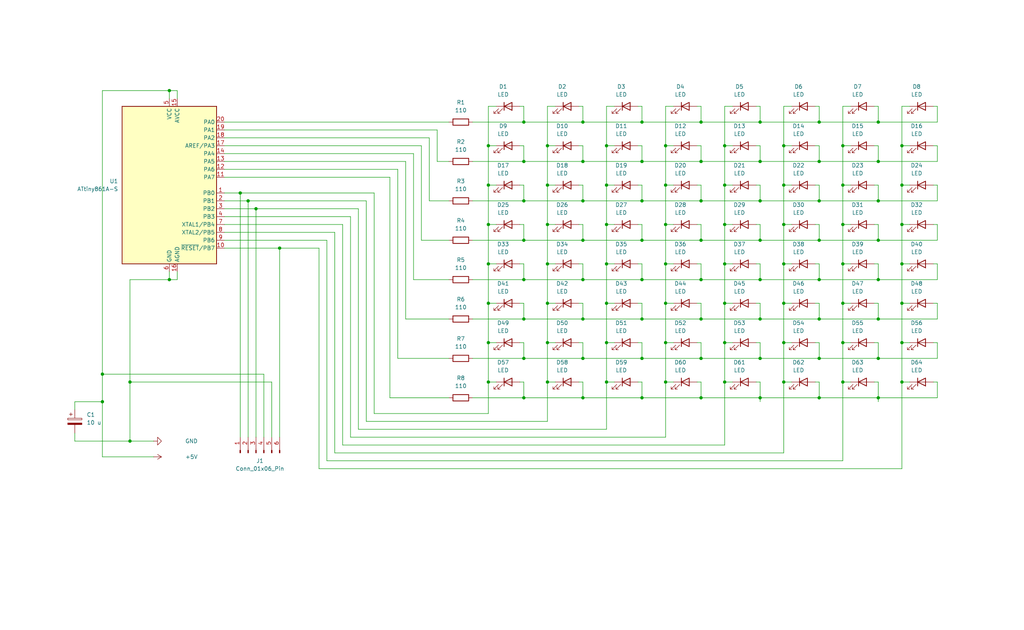
<source format=kicad_sch>
(kicad_sch (version 20250114) (generator "eeschema") (generator_version "9.0")
  (paper "User" 330.2 203.2)
  (title_block (title "SIK LEDIMÖSSÖ") (date "2025-10-31") (company "ELEKTRONIIKKAKERHO") (comment 1 "Jan Äärelä"))
  (lib_symbols
    (symbol "Connector:Conn_01x06_Pin" (pin_names (offset 1.016) (hide yes))
      (property "Reference" "J" (at 0 7.62 0))
      (property "Value" "Conn_01x06_Pin" (at 0 -10.16 0))
      (symbol "Conn_01x06_Pin_1_1"
        (rectangle (start 0.8636 5.207) (end 0 4.953) (stroke (width 0.1524)) (fill (type outline)))
        (rectangle (start 0.8636 2.667) (end 0 2.413) (stroke (width 0.1524)) (fill (type outline)))
        (rectangle (start 0.8636 0.127) (end 0 -0.127) (stroke (width 0.1524)) (fill (type outline)))
        (rectangle (start 0.8636 -2.413) (end 0 -2.667) (stroke (width 0.1524)) (fill (type outline)))
        (rectangle (start 0.8636 -4.953) (end 0 -5.207) (stroke (width 0.1524)) (fill (type outline)))
        (rectangle (start 0.8636 -7.493) (end 0 -7.747) (stroke (width 0.1524)) (fill (type outline)))
        (polyline (pts (xy 1.27 5.08) (xy 0.8636 5.08)) (stroke (width 0.1524)))
        (polyline (pts (xy 1.27 2.54) (xy 0.8636 2.54)) (stroke (width 0.1524)))
        (polyline (pts (xy 1.27 0) (xy 0.8636 0)) (stroke (width 0.1524)))
        (polyline (pts (xy 1.27 -2.54) (xy 0.8636 -2.54)) (stroke (width 0.1524)))
        (polyline (pts (xy 1.27 -5.08) (xy 0.8636 -5.08)) (stroke (width 0.1524)))
        (polyline (pts (xy 1.27 -7.62) (xy 0.8636 -7.62)) (stroke (width 0.1524)))
        (pin passive line (at 5.08 5.08 180) (length 3.81) (name "Pin_1") (number "1"))
        (pin passive line (at 5.08 2.54 180) (length 3.81) (name "Pin_2") (number "2"))
        (pin passive line (at 5.08 0 180) (length 3.81) (name "Pin_3") (number "3"))
        (pin passive line (at 5.08 -2.54 180) (length 3.81) (name "Pin_4") (number "4"))
        (pin passive line (at 5.08 -5.08 180) (length 3.81) (name "Pin_5") (number "5"))
        (pin passive line (at 5.08 -7.62 180) (length 3.81) (name "Pin_6") (number "6"))
      )
    )
    (symbol "Device:C_Polarized" (pin_numbers (hide yes)) (pin_names (offset 0.254))
      (property "Reference" "C" (at 0.635 2.54 0))
      (property "Value" "C_Polarized" (at 0.635 -2.54 0))
      (symbol "C_Polarized_0_1"
        (rectangle (start -2.286 0.508) (end 2.286 1.016))
        (polyline (pts (xy -1.778 2.286) (xy -0.762 2.286)))
        (polyline (pts (xy -1.27 2.794) (xy -1.27 1.778)))
        (rectangle (start 2.286 -0.508) (end -2.286 -1.016) (fill (type outline)))
      )
      (symbol "C_Polarized_1_1"
        (pin passive line (at 0 3.81 270) (length 2.794) (name "~") (number "1"))
        (pin passive line (at 0 -3.81 90) (length 2.794) (name "~") (number "2"))
      )
    )
    (symbol "Device:LED" (pin_numbers (hide yes)) (pin_names (offset 1.016) (hide yes))
      (property "Reference" "D" (at 0 2.54 0))
      (property "Value" "LED" (at 0 -2.54 0))
      (symbol "LED_0_1"
        (polyline (pts (xy -3.048 -0.762) (xy -4.572 -2.286) (xy -3.81 -2.286) (xy -4.572 -2.286) (xy -4.572 -1.524)))
        (polyline (pts (xy -1.778 -0.762) (xy -3.302 -2.286) (xy -2.54 -2.286) (xy -3.302 -2.286) (xy -3.302 -1.524)))
        (polyline (pts (xy -1.27 0) (xy 1.27 0)))
        (polyline (pts (xy -1.27 -1.27) (xy -1.27 1.27)) (stroke (width 0.254)))
        (polyline (pts (xy 1.27 -1.27) (xy 1.27 1.27) (xy -1.27 0) (xy 1.27 -1.27)) (stroke (width 0.254)))
      )
      (symbol "LED_1_1"
        (pin passive line (at -3.81 0 0) (length 2.54) (name "K") (number "1"))
        (pin passive line (at 3.81 0 180) (length 2.54) (name "A") (number "2"))
      )
    )
    (symbol "Device:R" (pin_numbers (hide yes)) (pin_names (offset 0))
      (property "Reference" "R" (at 2.032 0 90))
      (property "Value" "R" (at 0 0 90))
      (symbol "R_0_1"
        (rectangle (start -1.016 -2.54) (end 1.016 2.54) (stroke (width 0.254)))
      )
      (symbol "R_1_1"
        (pin passive line (at 0 3.81 270) (length 1.27) (name "~") (number "1"))
        (pin passive line (at 0 -3.81 90) (length 1.27) (name "~") (number "2"))
      )
    )
    (symbol "MCU_Microchip_ATtiny:ATtiny861A-S"
      (property "Reference" "U" (at -15.24 26.67 0))
      (property "Value" "ATtiny861A-S" (at 5.08 -26.67 0))
      (symbol "ATtiny861A-S_0_1"
        (rectangle (start -15.24 -25.4) (end 15.24 25.4) (stroke (width 0.254)) (fill (type background)))
      )
      (symbol "ATtiny861A-S_1_1"
        (pin power_in line (at 0 27.94 270) (length 2.54) (name "VCC") (number "5"))
        (pin power_in line (at 0 -27.94 90) (length 2.54) (name "GND") (number "6"))
        (pin power_in line (at 2.54 27.94 270) (length 2.54) (name "AVCC") (number "15"))
        (pin power_in line (at 2.54 -27.94 90) (length 2.54) (name "AGND") (number "16"))
        (pin bidirectional line (at 17.78 20.32 180) (length 2.54) (name "PA0") (number "20"))
        (pin bidirectional line (at 17.78 17.78 180) (length 2.54) (name "PA1") (number "19"))
        (pin bidirectional line (at 17.78 15.24 180) (length 2.54) (name "PA2") (number "18"))
        (pin bidirectional line (at 17.78 12.7 180) (length 2.54) (name "AREF/PA3") (number "17"))
        (pin bidirectional line (at 17.78 10.16 180) (length 2.54) (name "PA4") (number "14"))
        (pin bidirectional line (at 17.78 7.62 180) (length 2.54) (name "PA5") (number "13"))
        (pin bidirectional line (at 17.78 5.08 180) (length 2.54) (name "PA6") (number "12"))
        (pin bidirectional line (at 17.78 2.54 180) (length 2.54) (name "PA7") (number "11"))
        (pin bidirectional line (at 17.78 -2.54 180) (length 2.54) (name "PB0") (number "1"))
        (pin bidirectional line (at 17.78 -5.08 180) (length 2.54) (name "PB1") (number "2"))
        (pin bidirectional line (at 17.78 -7.62 180) (length 2.54) (name "PB2") (number "3"))
        (pin bidirectional line (at 17.78 -10.16 180) (length 2.54) (name "PB3") (number "4"))
        (pin bidirectional line (at 17.78 -12.7 180) (length 2.54) (name "XTAL1/PB4") (number "7"))
        (pin bidirectional line (at 17.78 -15.24 180) (length 2.54) (name "XTAL2/PB5") (number "8"))
        (pin bidirectional line (at 17.78 -17.78 180) (length 2.54) (name "PB6") (number "9"))
        (pin bidirectional line (at 17.78 -20.32 180) (length 2.54) (name "~{RESET}/PB7") (number "10"))
      )
    )
    (symbol "power:+5V" (power) (pin_numbers (hide yes)) (pin_names (offset 0) (hide yes))
      (property "Value" "+5V" (at 0 3.556 0))
      (symbol "+5V_0_1"
        (polyline (pts (xy -0.762 1.27) (xy 0 2.54)))
        (polyline (pts (xy 0 2.54) (xy 0.762 1.27)))
        (polyline (pts (xy 0 0) (xy 0 2.54)))
      )
      (symbol "+5V_1_1"
        (pin power_in line (at 0 0 90) (length 0) (name "~") (number "1"))
      )
    )
    (symbol "power:GND" (power) (pin_numbers (hide yes)) (pin_names (offset 0) (hide yes))
      (property "Value" "GND" (at 0 -3.81 0))
      (symbol "GND_0_1"
        (polyline (pts (xy 0 0) (xy 0 -1.27) (xy 1.27 -1.27) (xy 0 -2.54) (xy -1.27 -1.27) (xy 0 -1.27)))
      )
      (symbol "GND_1_1"
        (pin power_in line (at 0 0 270) (length 0) (name "~") (number "1"))
      )
    )
  )
  (junction (at 252.73 72.39))
  (junction (at 195.58 97.79))
  (junction (at 187.96 128.27))
  (junction (at 195.58 72.39))
  (junction (at 207.01 77.47))
  (junction (at 207.01 52.07))
  (junction (at 226.06 128.27))
  (junction (at 157.48 123.19))
  (junction (at 168.91 52.07))
  (junction (at 226.06 64.77))
  (junction (at 82.55 67.31))
  (junction (at 195.58 85.09))
  (junction (at 157.48 72.39))
  (junction (at 271.78 97.79))
  (junction (at 214.63 85.09))
  (junction (at 252.73 85.09))
  (junction (at 54.61 90.17))
  (junction (at 252.73 110.49))
  (junction (at 283.21 64.77))
  (junction (at 264.16 77.47))
  (junction (at 41.91 142.24))
  (junction (at 264.16 115.57))
  (junction (at 245.11 128.27))
  (junction (at 290.83 72.39))
  (junction (at 271.78 46.99))
  (junction (at 226.06 115.57))
  (junction (at 176.53 46.99))
  (junction (at 187.96 102.87))
  (junction (at 245.11 102.87))
  (junction (at 195.58 110.49))
  (junction (at 214.63 59.69))
  (junction (at 233.68 59.69))
  (junction (at 264.16 90.17))
  (junction (at 187.96 39.37))
  (junction (at 157.48 97.79))
  (junction (at 283.21 128.27))
  (junction (at 271.78 72.39))
  (junction (at 226.06 90.17))
  (junction (at 195.58 46.99))
  (junction (at 264.16 39.37))
  (junction (at 187.96 64.77))
  (junction (at 283.21 115.57))
  (junction (at 290.83 123.19))
  (junction (at 207.01 90.17))
  (junction (at 290.83 85.09))
  (junction (at 214.63 72.39))
  (junction (at 187.96 115.57))
  (junction (at 176.53 85.09))
  (junction (at 207.01 115.57))
  (junction (at 233.68 97.79))
  (junction (at 195.58 123.19))
  (junction (at 226.06 77.47))
  (junction (at 226.06 102.87))
  (junction (at 214.63 46.99))
  (junction (at 283.21 90.17))
  (junction (at 264.16 52.07))
  (junction (at 245.11 64.77))
  (junction (at 157.48 46.99))
  (junction (at 187.96 77.47))
  (junction (at 264.16 128.27))
  (junction (at 168.91 39.37))
  (junction (at 283.21 39.37))
  (junction (at 80.01 64.77))
  (junction (at 207.01 39.37))
  (junction (at 245.11 52.07))
  (junction (at 168.91 102.87))
  (junction (at 271.78 123.19))
  (junction (at 54.61 29.21))
  (junction (at 271.78 85.09))
  (junction (at 176.53 59.69))
  (junction (at 290.83 46.99))
  (junction (at 264.16 102.87))
  (junction (at 245.11 77.47))
  (junction (at 233.68 123.19))
  (junction (at 168.91 128.27))
  (junction (at 33.02 120.65))
  (junction (at 245.11 39.37))
  (junction (at 207.01 128.27))
  (junction (at 168.91 115.57))
  (junction (at 33.02 129.54))
  (junction (at 252.73 59.69))
  (junction (at 233.68 110.49))
  (junction (at 195.58 59.69))
  (junction (at 77.47 62.23))
  (junction (at 168.91 77.47))
  (junction (at 214.63 97.79))
  (junction (at 290.83 110.49))
  (junction (at 233.68 46.99))
  (junction (at 157.48 59.69))
  (junction (at 214.63 123.19))
  (junction (at 187.96 52.07))
  (junction (at 271.78 59.69))
  (junction (at 207.01 102.87))
  (junction (at 187.96 90.17))
  (junction (at 283.21 77.47))
  (junction (at 176.53 72.39))
  (junction (at 252.73 97.79))
  (junction (at 233.68 72.39))
  (junction (at 176.53 97.79))
  (junction (at 157.48 110.49))
  (junction (at 168.91 90.17))
  (junction (at 271.78 110.49))
  (junction (at 207.01 64.77))
  (junction (at 214.63 110.49))
  (junction (at 252.73 123.19))
  (junction (at 245.11 115.57))
  (junction (at 264.16 64.77))
  (junction (at 168.91 64.77))
  (junction (at 283.21 52.07))
  (junction (at 290.83 97.79))
  (junction (at 233.68 85.09))
  (junction (at 176.53 110.49))
  (junction (at 252.73 46.99))
  (junction (at 245.11 90.17))
  (junction (at 283.21 102.87))
  (junction (at 226.06 39.37))
  (junction (at 290.83 59.69))
  (junction (at 90.17 80.01))
  (junction (at 226.06 52.07))
  (junction (at 176.53 123.19))
  (junction (at 157.48 85.09))
  (junction (at 41.91 123.19))
  (wire (pts (xy 157.48 110.49) (xy 160.02 110.49)))
  (wire (pts (xy 135.89 46.99) (xy 135.89 77.47)))
  (wire (pts (xy 102.87 151.13) (xy 290.83 151.13)))
  (wire (pts (xy 152.4 102.87) (xy 168.91 102.87)))
  (wire (pts (xy 167.64 72.39) (xy 168.91 72.39)))
  (wire (pts (xy 264.16 59.69) (xy 264.16 64.77)))
  (wire (pts (xy 87.63 140.97) (xy 87.63 123.19)))
  (wire (pts (xy 252.73 85.09) (xy 255.27 85.09)))
  (wire (pts (xy 271.78 46.99) (xy 274.32 46.99)))
  (wire (pts (xy 264.16 34.29) (xy 264.16 39.37)))
  (wire (pts (xy 252.73 97.79) (xy 255.27 97.79)))
  (wire (pts (xy 187.96 52.07) (xy 187.96 46.99)))
  (wire (pts (xy 72.39 46.99) (xy 135.89 46.99)))
  (wire (pts (xy 207.01 72.39) (xy 207.01 77.47)))
  (wire (pts (xy 245.11 72.39) (xy 245.11 77.47)))
  (wire (pts (xy 195.58 59.69) (xy 198.12 59.69)))
  (wire (pts (xy 233.68 59.69) (xy 236.22 59.69)))
  (wire (pts (xy 226.06 52.07) (xy 207.01 52.07)))
  (wire (pts (xy 24.13 142.24) (xy 41.91 142.24)))
  (wire (pts (xy 72.39 41.91) (xy 140.97 41.91)))
  (wire (pts (xy 283.21 46.99) (xy 283.21 52.07)))
  (wire (pts (xy 176.53 97.79) (xy 176.53 110.49)))
  (wire (pts (xy 168.91 97.79) (xy 168.91 102.87)))
  (wire (pts (xy 283.21 85.09) (xy 283.21 90.17)))
  (wire (pts (xy 195.58 72.39) (xy 198.12 72.39)))
  (wire (pts (xy 233.68 97.79) (xy 236.22 97.79)))
  (wire (pts (xy 283.21 102.87) (xy 302.26 102.87)))
  (wire (pts (xy 207.01 115.57) (xy 226.06 115.57)))
  (wire (pts (xy 54.61 87.63) (xy 54.61 90.17)))
  (wire (pts (xy 207.01 110.49) (xy 207.01 115.57)))
  (wire (pts (xy 187.96 64.77) (xy 187.96 59.69)))
  (wire (pts (xy 226.06 110.49) (xy 226.06 115.57)))
  (wire (pts (xy 283.21 97.79) (xy 283.21 102.87)))
  (wire (pts (xy 167.64 123.19) (xy 168.91 123.19)))
  (wire (pts (xy 186.69 123.19) (xy 187.96 123.19)))
  (wire (pts (xy 82.55 67.31) (xy 115.57 67.31)))
  (wire (pts (xy 214.63 85.09) (xy 214.63 97.79)))
  (wire (pts (xy 233.68 72.39) (xy 236.22 72.39)))
  (wire (pts (xy 157.48 97.79) (xy 160.02 97.79)))
  (wire (pts (xy 245.11 123.19) (xy 245.11 128.27)))
  (wire (pts (xy 233.68 72.39) (xy 233.68 85.09)))
  (wire (pts (xy 264.16 39.37) (xy 283.21 39.37)))
  (wire (pts (xy 262.89 46.99) (xy 264.16 46.99)))
  (wire (pts (xy 195.58 72.39) (xy 195.58 85.09)))
  (wire (pts (xy 207.01 77.47) (xy 226.06 77.47)))
  (wire (pts (xy 168.91 85.09) (xy 168.91 90.17)))
  (wire (pts (xy 264.16 72.39) (xy 264.16 77.47)))
  (wire (pts (xy 290.83 59.69) (xy 290.83 72.39)))
  (wire (pts (xy 195.58 85.09) (xy 198.12 85.09)))
  (wire (pts (xy 271.78 148.59) (xy 271.78 123.19)))
  (wire (pts (xy 281.94 59.69) (xy 283.21 59.69)))
  (wire (pts (xy 264.16 115.57) (xy 283.21 115.57)))
  (wire (pts (xy 102.87 80.01) (xy 102.87 151.13)))
  (wire (pts (xy 283.21 110.49) (xy 283.21 115.57)))
  (wire (pts (xy 264.16 97.79) (xy 264.16 102.87)))
  (wire (pts (xy 130.81 102.87) (xy 144.78 102.87)))
  (wire (pts (xy 226.06 34.29) (xy 226.06 39.37)))
  (wire (pts (xy 24.13 129.54) (xy 33.02 129.54)))
  (wire (pts (xy 214.63 140.97) (xy 214.63 123.19)))
  (wire (pts (xy 187.96 39.37) (xy 207.01 39.37)))
  (wire (pts (xy 113.03 140.97) (xy 214.63 140.97)))
  (wire (pts (xy 33.02 129.54) (xy 33.02 120.65)))
  (wire (pts (xy 168.91 46.99) (xy 168.91 52.07)))
  (wire (pts (xy 85.09 140.97) (xy 85.09 120.65)))
  (wire (pts (xy 243.84 97.79) (xy 245.11 97.79)))
  (wire (pts (xy 245.11 52.07) (xy 226.06 52.07)))
  (wire (pts (xy 207.01 39.37) (xy 226.06 39.37)))
  (wire (pts (xy 72.39 44.45) (xy 138.43 44.45)))
  (wire (pts (xy 49.53 142.24) (xy 41.91 142.24)))
  (wire (pts (xy 233.68 34.29) (xy 233.68 46.99)))
  (wire (pts (xy 187.96 115.57) (xy 187.96 110.49)))
  (wire (pts (xy 245.11 64.77) (xy 264.16 64.77)))
  (wire (pts (xy 290.83 123.19) (xy 293.37 123.19)))
  (wire (pts (xy 207.01 102.87) (xy 226.06 102.87)))
  (wire (pts (xy 167.64 97.79) (xy 168.91 97.79)))
  (wire (pts (xy 41.91 123.19) (xy 87.63 123.19)))
  (wire (pts (xy 271.78 46.99) (xy 271.78 59.69)))
  (wire (pts (xy 24.13 139.7) (xy 24.13 142.24)))
  (wire (pts (xy 168.91 72.39) (xy 168.91 77.47)))
  (wire (pts (xy 245.11 85.09) (xy 245.11 90.17)))
  (wire (pts (xy 264.16 46.99) (xy 264.16 52.07)))
  (wire (pts (xy 140.97 52.07) (xy 144.78 52.07)))
  (wire (pts (xy 187.96 46.99) (xy 186.69 46.99)))
  (wire (pts (xy 187.96 77.47) (xy 207.01 77.47)))
  (wire (pts (xy 207.01 59.69) (xy 207.01 64.77)))
  (wire (pts (xy 243.84 123.19) (xy 245.11 123.19)))
  (wire (pts (xy 157.48 97.79) (xy 157.48 85.09)))
  (wire (pts (xy 271.78 97.79) (xy 271.78 110.49)))
  (wire (pts (xy 24.13 132.08) (xy 24.13 129.54)))
  (wire (pts (xy 90.17 80.01) (xy 90.17 140.97)))
  (wire (pts (xy 245.11 46.99) (xy 245.11 52.07)))
  (wire (pts (xy 176.53 135.89) (xy 176.53 123.19)))
  (wire (pts (xy 157.48 85.09) (xy 157.48 72.39)))
  (wire (pts (xy 233.68 85.09) (xy 236.22 85.09)))
  (wire (pts (xy 72.39 57.15) (xy 125.73 57.15)))
  (wire (pts (xy 262.89 85.09) (xy 264.16 85.09)))
  (wire (pts (xy 226.06 123.19) (xy 226.06 128.27)))
  (wire (pts (xy 302.26 110.49) (xy 302.26 115.57)))
  (wire (pts (xy 168.91 64.77) (xy 187.96 64.77)))
  (wire (pts (xy 271.78 85.09) (xy 274.32 85.09)))
  (wire (pts (xy 300.99 59.69) (xy 302.26 59.69)))
  (wire (pts (xy 128.27 54.61) (xy 128.27 115.57)))
  (wire (pts (xy 271.78 59.69) (xy 271.78 72.39)))
  (wire (pts (xy 168.91 90.17) (xy 187.96 90.17)))
  (wire (pts (xy 271.78 59.69) (xy 274.32 59.69)))
  (wire (pts (xy 264.16 90.17) (xy 283.21 90.17)))
  (wire (pts (xy 115.57 67.31) (xy 115.57 138.43)))
  (wire (pts (xy 243.84 85.09) (xy 245.11 85.09)))
  (wire (pts (xy 281.94 123.19) (xy 283.21 123.19)))
  (wire (pts (xy 226.06 97.79) (xy 226.06 102.87)))
  (wire (pts (xy 233.68 123.19) (xy 236.22 123.19)))
  (wire (pts (xy 54.61 29.21) (xy 54.61 31.75)))
  (wire (pts (xy 72.39 77.47) (xy 105.41 77.47)))
  (wire (pts (xy 283.21 52.07) (xy 302.26 52.07)))
  (wire (pts (xy 243.84 110.49) (xy 245.11 110.49)))
  (wire (pts (xy 167.64 46.99) (xy 168.91 46.99)))
  (wire (pts (xy 41.91 123.19) (xy 41.91 90.17)))
  (wire (pts (xy 72.39 80.01) (xy 90.17 80.01)))
  (wire (pts (xy 283.21 34.29) (xy 283.21 39.37)))
  (wire (pts (xy 186.69 97.79) (xy 187.96 97.79)))
  (wire (pts (xy 198.12 34.29) (xy 195.58 34.29)))
  (wire (pts (xy 90.17 80.01) (xy 102.87 80.01)))
  (wire (pts (xy 264.16 110.49) (xy 264.16 115.57)))
  (wire (pts (xy 264.16 64.77) (xy 283.21 64.77)))
  (wire (pts (xy 252.73 110.49) (xy 252.73 123.19)))
  (wire (pts (xy 105.41 148.59) (xy 271.78 148.59)))
  (wire (pts (xy 214.63 72.39) (xy 214.63 85.09)))
  (wire (pts (xy 205.74 123.19) (xy 207.01 123.19)))
  (wire (pts (xy 252.73 72.39) (xy 252.73 85.09)))
  (wire (pts (xy 252.73 34.29) (xy 252.73 46.99)))
  (wire (pts (xy 157.48 123.19) (xy 157.48 110.49)))
  (wire (pts (xy 168.91 128.27) (xy 187.96 128.27)))
  (wire (pts (xy 290.83 46.99) (xy 290.83 59.69)))
  (wire (pts (xy 243.84 59.69) (xy 245.11 59.69)))
  (wire (pts (xy 245.11 90.17) (xy 264.16 90.17)))
  (wire (pts (xy 214.63 110.49) (xy 214.63 123.19)))
  (wire (pts (xy 187.96 128.27) (xy 207.01 128.27)))
  (wire (pts (xy 283.21 90.17) (xy 302.26 90.17)))
  (wire (pts (xy 207.01 97.79) (xy 207.01 102.87)))
  (wire (pts (xy 152.4 52.07) (xy 168.91 52.07)))
  (wire (pts (xy 33.02 120.65) (xy 85.09 120.65)))
  (wire (pts (xy 195.58 59.69) (xy 195.58 72.39)))
  (wire (pts (xy 252.73 59.69) (xy 252.73 72.39)))
  (wire (pts (xy 80.01 64.77) (xy 118.11 64.77)))
  (wire (pts (xy 41.91 90.17) (xy 54.61 90.17)))
  (wire (pts (xy 186.69 59.69) (xy 187.96 59.69)))
  (wire (pts (xy 207.01 128.27) (xy 226.06 128.27)))
  (wire (pts (xy 271.78 110.49) (xy 271.78 123.19)))
  (wire (pts (xy 187.96 115.57) (xy 207.01 115.57)))
  (wire (pts (xy 302.26 72.39) (xy 302.26 77.47)))
  (wire (pts (xy 157.48 46.99) (xy 160.02 46.99)))
  (wire (pts (xy 262.89 59.69) (xy 264.16 59.69)))
  (wire (pts (xy 167.64 110.49) (xy 168.91 110.49)))
  (wire (pts (xy 302.26 59.69) (xy 302.26 64.77)))
  (wire (pts (xy 252.73 72.39) (xy 255.27 72.39)))
  (wire (pts (xy 138.43 64.77) (xy 144.78 64.77)))
  (wire (pts (xy 130.81 52.07) (xy 130.81 102.87)))
  (wire (pts (xy 293.37 34.29) (xy 290.83 34.29)))
  (wire (pts (xy 176.53 97.79) (xy 179.07 97.79)))
  (wire (pts (xy 118.11 64.77) (xy 118.11 135.89)))
  (wire (pts (xy 214.63 97.79) (xy 214.63 110.49)))
  (wire (pts (xy 187.96 77.47) (xy 187.96 72.39)))
  (wire (pts (xy 125.73 128.27) (xy 144.78 128.27)))
  (wire (pts (xy 245.11 39.37) (xy 264.16 39.37)))
  (wire (pts (xy 226.06 72.39) (xy 226.06 77.47)))
  (wire (pts (xy 262.89 72.39) (xy 264.16 72.39)))
  (wire (pts (xy 214.63 72.39) (xy 217.17 72.39)))
  (wire (pts (xy 283.21 115.57) (xy 302.26 115.57)))
  (wire (pts (xy 168.91 123.19) (xy 168.91 128.27)))
  (wire (pts (xy 262.89 110.49) (xy 264.16 110.49)))
  (wire (pts (xy 302.26 97.79) (xy 302.26 102.87)))
  (wire (pts (xy 72.39 49.53) (xy 133.35 49.53)))
  (wire (pts (xy 135.89 77.47) (xy 144.78 77.47)))
  (wire (pts (xy 283.21 77.47) (xy 302.26 77.47)))
  (wire (pts (xy 214.63 123.19) (xy 217.17 123.19)))
  (wire (pts (xy 205.74 72.39) (xy 207.01 72.39)))
  (wire (pts (xy 176.53 110.49) (xy 179.07 110.49)))
  (wire (pts (xy 176.53 123.19) (xy 179.07 123.19)))
  (wire (pts (xy 290.83 85.09) (xy 290.83 97.79)))
  (wire (pts (xy 274.32 123.19) (xy 271.78 123.19)))
  (wire (pts (xy 281.94 85.09) (xy 283.21 85.09)))
  (wire (pts (xy 187.96 52.07) (xy 207.01 52.07)))
  (wire (pts (xy 72.39 67.31) (xy 82.55 67.31)))
  (wire (pts (xy 205.74 34.29) (xy 207.01 34.29)))
  (wire (pts (xy 77.47 62.23) (xy 120.65 62.23)))
  (wire (pts (xy 214.63 34.29) (xy 214.63 46.99)))
  (wire (pts (xy 195.58 110.49) (xy 195.58 123.19)))
  (wire (pts (xy 152.4 115.57) (xy 168.91 115.57)))
  (wire (pts (xy 157.48 59.69) (xy 157.48 46.99)))
  (wire (pts (xy 281.94 97.79) (xy 283.21 97.79)))
  (wire (pts (xy 300.99 123.19) (xy 302.26 123.19)))
  (wire (pts (xy 252.73 46.99) (xy 255.27 46.99)))
  (wire (pts (xy 302.26 123.19) (xy 302.26 128.27)))
  (wire (pts (xy 176.53 72.39) (xy 176.53 85.09)))
  (wire (pts (xy 245.11 77.47) (xy 264.16 77.47)))
  (wire (pts (xy 82.55 67.31) (xy 82.55 140.97)))
  (wire (pts (xy 157.48 72.39) (xy 157.48 59.69)))
  (wire (pts (xy 245.11 34.29) (xy 245.11 39.37)))
  (wire (pts (xy 255.27 34.29) (xy 252.73 34.29)))
  (wire (pts (xy 168.91 59.69) (xy 168.91 64.77)))
  (wire (pts (xy 176.53 110.49) (xy 176.53 123.19)))
  (wire (pts (xy 224.79 59.69) (xy 226.06 59.69)))
  (wire (pts (xy 224.79 46.99) (xy 226.06 46.99)))
  (wire (pts (xy 205.74 85.09) (xy 207.01 85.09)))
  (wire (pts (xy 110.49 143.51) (xy 233.68 143.51)))
  (wire (pts (xy 226.06 115.57) (xy 245.11 115.57)))
  (wire (pts (xy 271.78 72.39) (xy 274.32 72.39)))
  (wire (pts (xy 302.26 64.77) (xy 283.21 64.77)))
  (wire (pts (xy 205.74 59.69) (xy 207.01 59.69)))
  (wire (pts (xy 245.11 110.49) (xy 245.11 115.57)))
  (wire (pts (xy 195.58 138.43) (xy 195.58 123.19)))
  (wire (pts (xy 214.63 46.99) (xy 214.63 59.69)))
  (wire (pts (xy 300.99 97.79) (xy 302.26 97.79)))
  (wire (pts (xy 271.78 72.39) (xy 271.78 85.09)))
  (wire (pts (xy 168.91 110.49) (xy 168.91 115.57)))
  (wire (pts (xy 113.03 69.85) (xy 113.03 140.97)))
  (wire (pts (xy 120.65 62.23) (xy 120.65 133.35)))
  (wire (pts (xy 262.89 34.29) (xy 264.16 34.29)))
  (wire (pts (xy 245.11 59.69) (xy 245.11 64.77)))
  (wire (pts (xy 195.58 110.49) (xy 198.12 110.49)))
  (wire (pts (xy 120.65 133.35) (xy 157.48 133.35)))
  (wire (pts (xy 271.78 85.09) (xy 271.78 97.79)))
  (wire (pts (xy 281.94 110.49) (xy 283.21 110.49)))
  (wire (pts (xy 187.96 102.87) (xy 187.96 97.79)))
  (wire (pts (xy 226.06 64.77) (xy 245.11 64.77)))
  (wire (pts (xy 252.73 123.19) (xy 255.27 123.19)))
  (wire (pts (xy 152.4 128.27) (xy 168.91 128.27)))
  (wire (pts (xy 214.63 59.69) (xy 217.17 59.69)))
  (wire (pts (xy 186.69 85.09) (xy 187.96 85.09)))
  (wire (pts (xy 186.69 72.39) (xy 187.96 72.39)))
  (wire (pts (xy 157.48 72.39) (xy 160.02 72.39)))
  (wire (pts (xy 176.53 85.09) (xy 176.53 97.79)))
  (wire (pts (xy 217.17 34.29) (xy 214.63 34.29)))
  (wire (pts (xy 281.94 34.29) (xy 283.21 34.29)))
  (wire (pts (xy 105.41 77.47) (xy 105.41 148.59)))
  (wire (pts (xy 195.58 85.09) (xy 195.58 97.79)))
  (wire (pts (xy 281.94 72.39) (xy 283.21 72.39)))
  (wire (pts (xy 283.21 72.39) (xy 283.21 77.47)))
  (wire (pts (xy 233.68 110.49) (xy 233.68 123.19)))
  (wire (pts (xy 77.47 62.23) (xy 77.47 140.97)))
  (wire (pts (xy 262.89 123.19) (xy 264.16 123.19)))
  (wire (pts (xy 252.73 110.49) (xy 255.27 110.49)))
  (wire (pts (xy 290.83 97.79) (xy 293.37 97.79)))
  (wire (pts (xy 157.48 85.09) (xy 160.02 85.09)))
  (wire (pts (xy 80.01 64.77) (xy 80.01 140.97)))
  (wire (pts (xy 195.58 97.79) (xy 195.58 110.49)))
  (wire (pts (xy 214.63 85.09) (xy 217.17 85.09)))
  (wire (pts (xy 207.01 85.09) (xy 207.01 90.17)))
  (wire (pts (xy 233.68 123.19) (xy 233.68 143.51)))
  (wire (pts (xy 243.84 46.99) (xy 245.11 46.99)))
  (wire (pts (xy 207.01 34.29) (xy 207.01 39.37)))
  (wire (pts (xy 186.69 110.49) (xy 187.96 110.49)))
  (wire (pts (xy 207.01 123.19) (xy 207.01 128.27)))
  (wire (pts (xy 168.91 34.29) (xy 168.91 39.37)))
  (wire (pts (xy 233.68 59.69) (xy 233.68 72.39)))
  (wire (pts (xy 72.39 62.23) (xy 77.47 62.23)))
  (wire (pts (xy 107.95 74.93) (xy 107.95 146.05)))
  (wire (pts (xy 264.16 52.07) (xy 283.21 52.07)))
  (wire (pts (xy 57.15 87.63) (xy 57.15 90.17)))
  (wire (pts (xy 302.26 46.99) (xy 302.26 52.07)))
  (wire (pts (xy 224.79 123.19) (xy 226.06 123.19)))
  (wire (pts (xy 226.06 128.27) (xy 245.11 128.27)))
  (wire (pts (xy 205.74 97.79) (xy 207.01 97.79)))
  (wire (pts (xy 283.21 39.37) (xy 302.26 39.37)))
  (wire (pts (xy 283.21 128.27) (xy 283.21 129.54)))
  (wire (pts (xy 214.63 110.49) (xy 217.17 110.49)))
  (wire (pts (xy 33.02 29.21) (xy 54.61 29.21)))
  (wire (pts (xy 152.4 64.77) (xy 168.91 64.77)))
  (wire (pts (xy 236.22 34.29) (xy 233.68 34.29)))
  (wire (pts (xy 168.91 52.07) (xy 187.96 52.07)))
  (wire (pts (xy 133.35 90.17) (xy 144.78 90.17)))
  (wire (pts (xy 271.78 34.29) (xy 271.78 46.99)))
  (wire (pts (xy 167.64 34.29) (xy 168.91 34.29)))
  (wire (pts (xy 195.58 46.99) (xy 195.58 59.69)))
  (wire (pts (xy 283.21 123.19) (xy 283.21 128.27)))
  (wire (pts (xy 290.83 34.29) (xy 290.83 46.99)))
  (wire (pts (xy 157.48 59.69) (xy 160.02 59.69)))
  (wire (pts (xy 290.83 72.39) (xy 290.83 85.09)))
  (wire (pts (xy 176.53 85.09) (xy 179.07 85.09)))
  (wire (pts (xy 187.96 102.87) (xy 207.01 102.87)))
  (wire (pts (xy 157.48 133.35) (xy 157.48 123.19)))
  (wire (pts (xy 195.58 34.29) (xy 195.58 46.99)))
  (wire (pts (xy 33.02 120.65) (xy 33.02 29.21)))
  (wire (pts (xy 57.15 29.21) (xy 57.15 31.75)))
  (wire (pts (xy 274.32 34.29) (xy 271.78 34.29)))
  (wire (pts (xy 271.78 97.79) (xy 274.32 97.79)))
  (wire (pts (xy 224.79 34.29) (xy 226.06 34.29)))
  (wire (pts (xy 252.73 59.69) (xy 255.27 59.69)))
  (wire (pts (xy 233.68 46.99) (xy 233.68 59.69)))
  (wire (pts (xy 110.49 72.39) (xy 110.49 143.51)))
  (wire (pts (xy 41.91 142.24) (xy 41.91 123.19)))
  (wire (pts (xy 224.79 72.39) (xy 226.06 72.39)))
  (wire (pts (xy 157.48 110.49) (xy 157.48 97.79)))
  (wire (pts (xy 54.61 90.17) (xy 57.15 90.17)))
  (wire (pts (xy 179.07 34.29) (xy 176.53 34.29)))
  (wire (pts (xy 186.69 34.29) (xy 187.96 34.29)))
  (wire (pts (xy 195.58 123.19) (xy 198.12 123.19)))
  (wire (pts (xy 243.84 34.29) (xy 245.11 34.29)))
  (wire (pts (xy 290.83 72.39) (xy 293.37 72.39)))
  (wire (pts (xy 252.73 97.79) (xy 252.73 110.49)))
  (wire (pts (xy 233.68 97.79) (xy 233.68 110.49)))
  (wire (pts (xy 252.73 146.05) (xy 252.73 123.19)))
  (wire (pts (xy 72.39 74.93) (xy 107.95 74.93)))
  (wire (pts (xy 264.16 123.19) (xy 264.16 128.27)))
  (wire (pts (xy 54.61 29.21) (xy 57.15 29.21)))
  (wire (pts (xy 226.06 90.17) (xy 245.11 90.17)))
  (wire (pts (xy 207.01 90.17) (xy 226.06 90.17)))
  (wire (pts (xy 160.02 123.19) (xy 157.48 123.19)))
  (wire (pts (xy 168.91 102.87) (xy 187.96 102.87)))
  (wire (pts (xy 264.16 102.87) (xy 283.21 102.87)))
  (wire (pts (xy 205.74 110.49) (xy 207.01 110.49)))
  (wire (pts (xy 226.06 85.09) (xy 226.06 90.17)))
  (wire (pts (xy 187.96 90.17) (xy 207.01 90.17)))
  (wire (pts (xy 226.06 46.99) (xy 226.06 52.07)))
  (wire (pts (xy 264.16 85.09) (xy 264.16 90.17)))
  (wire (pts (xy 195.58 97.79) (xy 198.12 97.79)))
  (wire (pts (xy 243.84 72.39) (xy 245.11 72.39)))
  (wire (pts (xy 125.73 57.15) (xy 125.73 128.27)))
  (wire (pts (xy 152.4 90.17) (xy 168.91 90.17)))
  (wire (pts (xy 187.96 128.27) (xy 187.96 123.19)))
  (wire (pts (xy 176.53 59.69) (xy 179.07 59.69)))
  (wire (pts (xy 128.27 115.57) (xy 144.78 115.57)))
  (wire (pts (xy 300.99 110.49) (xy 302.26 110.49)))
  (wire (pts (xy 214.63 46.99) (xy 217.17 46.99)))
  (wire (pts (xy 302.26 85.09) (xy 302.26 90.17)))
  (wire (pts (xy 214.63 97.79) (xy 217.17 97.79)))
  (wire (pts (xy 252.73 46.99) (xy 252.73 59.69)))
  (wire (pts (xy 168.91 77.47) (xy 187.96 77.47)))
  (wire (pts (xy 207.01 64.77) (xy 226.06 64.77)))
  (wire (pts (xy 157.48 34.29) (xy 160.02 34.29)))
  (wire (pts (xy 72.39 54.61) (xy 128.27 54.61)))
  (wire (pts (xy 290.83 59.69) (xy 293.37 59.69)))
  (wire (pts (xy 176.53 46.99) (xy 176.53 59.69)))
  (wire (pts (xy 72.39 69.85) (xy 113.03 69.85)))
  (wire (pts (xy 283.21 128.27) (xy 302.26 128.27)))
  (wire (pts (xy 167.64 59.69) (xy 168.91 59.69)))
  (wire (pts (xy 118.11 135.89) (xy 176.53 135.89)))
  (wire (pts (xy 138.43 44.45) (xy 138.43 64.77)))
  (wire (pts (xy 264.16 77.47) (xy 283.21 77.47)))
  (wire (pts (xy 290.83 97.79) (xy 290.83 110.49)))
  (wire (pts (xy 274.32 110.49) (xy 271.78 110.49)))
  (wire (pts (xy 290.83 85.09) (xy 293.37 85.09)))
  (wire (pts (xy 300.99 34.29) (xy 302.26 34.29)))
  (wire (pts (xy 205.74 46.99) (xy 207.01 46.99)))
  (wire (pts (xy 115.57 138.43) (xy 195.58 138.43)))
  (wire (pts (xy 176.53 46.99) (xy 179.07 46.99)))
  (wire (pts (xy 72.39 39.37) (xy 144.78 39.37)))
  (wire (pts (xy 176.53 72.39) (xy 179.07 72.39)))
  (wire (pts (xy 302.26 39.37) (xy 302.26 34.29)))
  (wire (pts (xy 152.4 77.47) (xy 168.91 77.47)))
  (wire (pts (xy 245.11 115.57) (xy 264.16 115.57)))
  (wire (pts (xy 226.06 59.69) (xy 226.06 64.77)))
  (wire (pts (xy 214.63 59.69) (xy 214.63 72.39)))
  (wire (pts (xy 290.83 151.13) (xy 290.83 123.19)))
  (wire (pts (xy 72.39 52.07) (xy 130.81 52.07)))
  (wire (pts (xy 226.06 77.47) (xy 245.11 77.47)))
  (wire (pts (xy 290.83 110.49) (xy 293.37 110.49)))
  (wire (pts (xy 252.73 85.09) (xy 252.73 97.79)))
  (wire (pts (xy 281.94 46.99) (xy 283.21 46.99)))
  (wire (pts (xy 245.11 128.27) (xy 245.11 129.54)))
  (wire (pts (xy 300.99 85.09) (xy 302.26 85.09)))
  (wire (pts (xy 72.39 64.77) (xy 80.01 64.77)))
  (wire (pts (xy 233.68 46.99) (xy 236.22 46.99)))
  (wire (pts (xy 233.68 85.09) (xy 233.68 97.79)))
  (wire (pts (xy 72.39 72.39) (xy 110.49 72.39)))
  (wire (pts (xy 176.53 59.69) (xy 176.53 72.39)))
  (wire (pts (xy 245.11 128.27) (xy 264.16 128.27)))
  (wire (pts (xy 224.79 110.49) (xy 226.06 110.49)))
  (wire (pts (xy 245.11 97.79) (xy 245.11 102.87)))
  (wire (pts (xy 107.95 146.05) (xy 252.73 146.05)))
  (wire (pts (xy 195.58 46.99) (xy 198.12 46.99)))
  (wire (pts (xy 176.53 34.29) (xy 176.53 46.99)))
  (wire (pts (xy 140.97 41.91) (xy 140.97 52.07)))
  (wire (pts (xy 133.35 49.53) (xy 133.35 90.17)))
  (wire (pts (xy 187.96 34.29) (xy 187.96 39.37)))
  (wire (pts (xy 226.06 39.37) (xy 245.11 39.37)))
  (wire (pts (xy 187.96 90.17) (xy 187.96 85.09)))
  (wire (pts (xy 49.53 147.32) (xy 33.02 147.32)))
  (wire (pts (xy 226.06 102.87) (xy 245.11 102.87)))
  (wire (pts (xy 168.91 115.57) (xy 187.96 115.57)))
  (wire (pts (xy 233.68 110.49) (xy 236.22 110.49)))
  (wire (pts (xy 168.91 39.37) (xy 187.96 39.37)))
  (wire (pts (xy 157.48 46.99) (xy 157.48 34.29)))
  (wire (pts (xy 33.02 147.32) (xy 33.02 129.54)))
  (wire (pts (xy 264.16 128.27) (xy 283.21 128.27)))
  (wire (pts (xy 300.99 72.39) (xy 302.26 72.39)))
  (wire (pts (xy 245.11 52.07) (xy 264.16 52.07)))
  (wire (pts (xy 300.99 46.99) (xy 302.26 46.99)))
  (wire (pts (xy 290.83 110.49) (xy 290.83 123.19)))
  (wire (pts (xy 167.64 85.09) (xy 168.91 85.09)))
  (wire (pts (xy 283.21 59.69) (xy 283.21 64.77)))
  (wire (pts (xy 152.4 39.37) (xy 168.91 39.37)))
  (wire (pts (xy 262.89 97.79) (xy 264.16 97.79)))
  (wire (pts (xy 290.83 46.99) (xy 293.37 46.99)))
  (wire (pts (xy 224.79 97.79) (xy 226.06 97.79)))
  (wire (pts (xy 224.79 85.09) (xy 226.06 85.09)))
  (wire (pts (xy 187.96 64.77) (xy 207.01 64.77)))
  (wire (pts (xy 245.11 102.87) (xy 264.16 102.87)))
  (wire (pts (xy 207.01 46.99) (xy 207.01 52.07)))
  (symbol (lib_id "Device:LED") (at 240.03 72.39 0) (unit 1)
    (property "Reference" "D29" (at 238.4425 66.04 0))
    (property "Value" "LED" (at 238.4425 68.58 0))
    (property "Description" "Light emitting diode" (effects (hide yes)))
    (property "Sim.Pins" "1=K 2=A" (effects (hide yes)))
  )
  (symbol (lib_id "Device:LED") (at 201.93 85.09 0) (unit 1)
    (property "Reference" "D35" (at 200.3425 78.74 0))
    (property "Value" "LED" (at 200.3425 81.28 0))
    (property "Description" "Light emitting diode" (effects (hide yes)))
    (property "Sim.Pins" "1=K 2=A" (effects (hide yes)))
  )
  (symbol (lib_id "Device:LED") (at 220.98 34.29 0) (unit 1)
    (property "Reference" "D4" (at 219.3925 27.94 0))
    (property "Value" "LED" (at 219.3925 30.48 0))
    (property "Description" "Light emitting diode" (effects (hide yes)))
    (property "Sim.Pins" "1=K 2=A" (effects (hide yes)))
  )
  (symbol (lib_id "Device:LED") (at 182.88 72.39 0) (unit 1)
    (property "Reference" "D26" (at 181.2925 66.04 0))
    (property "Value" "LED" (at 181.2925 68.58 0))
    (property "Description" "Light emitting diode" (effects (hide yes)))
    (property "Sim.Pins" "1=K 2=A" (effects (hide yes)))
  )
  (symbol (lib_id "Device:LED") (at 240.03 123.19 0) (unit 1)
    (property "Reference" "D61" (at 238.4425 116.84 0))
    (property "Value" "LED" (at 238.4425 119.38 0))
    (property "Description" "Light emitting diode" (effects (hide yes)))
    (property "Sim.Pins" "1=K 2=A" (effects (hide yes)))
  )
  (symbol (lib_id "Device:LED") (at 182.88 34.29 0) (unit 1)
    (property "Reference" "D2" (at 181.2925 27.94 0))
    (property "Value" "LED" (at 181.2925 30.48 0))
    (property "Description" "Light emitting diode" (effects (hide yes)))
    (property "Sim.Pins" "1=K 2=A" (effects (hide yes)))
  )
  (symbol (lib_id "Device:LED") (at 297.18 59.69 0) (unit 1)
    (property "Reference" "D24" (at 295.5925 53.34 0))
    (property "Value" "LED" (at 295.5925 55.88 0))
    (property "Description" "Light emitting diode" (effects (hide yes)))
    (property "Sim.Pins" "1=K 2=A" (effects (hide yes)))
  )
  (symbol (lib_id "Device:LED") (at 278.13 123.19 0) (unit 1)
    (property "Reference" "D63" (at 276.5425 116.84 0))
    (property "Value" "LED" (at 276.5425 119.38 0))
    (property "Description" "Light emitting diode" (effects (hide yes)))
    (property "Sim.Pins" "1=K 2=A" (effects (hide yes)))
  )
  (symbol (lib_id "Device:LED") (at 220.98 59.69 0) (unit 1)
    (property "Reference" "D20" (at 219.3925 53.34 0))
    (property "Value" "LED" (at 219.3925 55.88 0))
    (property "Description" "Light emitting diode" (effects (hide yes)))
    (property "Sim.Pins" "1=K 2=A" (effects (hide yes)))
  )
  (symbol (lib_id "power:+5V") (at 49.53 147.32 270) (unit 1)
    (property "Reference" "#PWR01" (effects (hide yes)))
    (property "Value" "+5V" (at 59.69 147.3199 90) (effects (justify left)))
    (property "Description" "Power symbol creates a global label with name \"+5V\"" (effects (hide yes)))
  )
  (symbol (lib_id "Device:LED") (at 259.08 59.69 0) (unit 1)
    (property "Reference" "D22" (at 257.4925 53.34 0))
    (property "Value" "LED" (at 257.4925 55.88 0))
    (property "Description" "Light emitting diode" (effects (hide yes)))
    (property "Sim.Pins" "1=K 2=A" (effects (hide yes)))
  )
  (symbol (lib_id "Device:LED") (at 182.88 59.69 0) (unit 1)
    (property "Reference" "D18" (at 181.2925 53.34 0))
    (property "Value" "LED" (at 181.2925 55.88 0))
    (property "Description" "Light emitting diode" (effects (hide yes)))
    (property "Sim.Pins" "1=K 2=A" (effects (hide yes)))
  )
  (symbol (lib_id "Device:R") (at 148.59 77.47 90) (unit 1)
    (property "Reference" "R4" (at 148.59 71.12 90))
    (property "Value" "110" (at 148.59 73.66 90))
    (property "Description" "Resistor" (effects (hide yes)))
  )
  (symbol (lib_id "Device:LED") (at 201.93 110.49 0) (unit 1)
    (property "Reference" "D51" (at 200.3425 104.14 0))
    (property "Value" "LED" (at 200.3425 106.68 0))
    (property "Description" "Light emitting diode" (effects (hide yes)))
    (property "Sim.Pins" "1=K 2=A" (effects (hide yes)))
  )
  (symbol (lib_id "Device:LED") (at 220.98 72.39 0) (unit 1)
    (property "Reference" "D28" (at 219.3925 66.04 0))
    (property "Value" "LED" (at 219.3925 68.58 0))
    (property "Description" "Light emitting diode" (effects (hide yes)))
    (property "Sim.Pins" "1=K 2=A" (effects (hide yes)))
  )
  (symbol (lib_id "Device:LED") (at 182.88 97.79 0) (unit 1)
    (property "Reference" "D42" (at 181.2925 91.44 0))
    (property "Value" "LED" (at 181.2925 93.98 0))
    (property "Description" "Light emitting diode" (effects (hide yes)))
    (property "Sim.Pins" "1=K 2=A" (effects (hide yes)))
  )
  (symbol (lib_id "Device:LED") (at 201.93 46.99 0) (unit 1)
    (property "Reference" "D11" (at 200.3425 40.64 0))
    (property "Value" "LED" (at 200.3425 43.18 0))
    (property "Description" "Light emitting diode" (effects (hide yes)))
    (property "Sim.Pins" "1=K 2=A" (effects (hide yes)))
  )
  (symbol (lib_id "Device:LED") (at 240.03 46.99 0) (unit 1)
    (property "Reference" "D13" (at 238.4425 40.64 0))
    (property "Value" "LED" (at 238.4425 43.18 0))
    (property "Description" "Light emitting diode" (effects (hide yes)))
    (property "Sim.Pins" "1=K 2=A" (effects (hide yes)))
  )
  (symbol (lib_id "Device:R") (at 148.59 128.27 90) (unit 1)
    (property "Reference" "R8" (at 148.59 121.92 90))
    (property "Value" "110" (at 148.59 124.46 90))
    (property "Description" "Resistor" (effects (hide yes)))
  )
  (symbol (lib_id "Device:LED") (at 163.83 110.49 0) (unit 1)
    (property "Reference" "D49" (at 162.2425 104.14 0))
    (property "Value" "LED" (at 162.2425 106.68 0))
    (property "Description" "Light emitting diode" (effects (hide yes)))
    (property "Sim.Pins" "1=K 2=A" (effects (hide yes)))
  )
  (symbol (lib_id "Device:LED") (at 278.13 34.29 0) (unit 1)
    (property "Reference" "D7" (at 276.5425 27.94 0))
    (property "Value" "LED" (at 276.5425 30.48 0))
    (property "Description" "Light emitting diode" (effects (hide yes)))
    (property "Sim.Pins" "1=K 2=A" (effects (hide yes)))
  )
  (symbol (lib_id "Device:LED") (at 240.03 110.49 0) (unit 1)
    (property "Reference" "D53" (at 238.4425 104.14 0))
    (property "Value" "LED" (at 238.4425 106.68 0))
    (property "Description" "Light emitting diode" (effects (hide yes)))
    (property "Sim.Pins" "1=K 2=A" (effects (hide yes)))
  )
  (symbol (lib_id "Device:LED") (at 182.88 46.99 0) (unit 1)
    (property "Reference" "D10" (at 181.2925 40.64 0))
    (property "Value" "LED" (at 181.2925 43.18 0))
    (property "Description" "Light emitting diode" (effects (hide yes)))
    (property "Sim.Pins" "1=K 2=A" (effects (hide yes)))
  )
  (symbol (lib_id "Device:LED") (at 201.93 123.19 0) (unit 1)
    (property "Reference" "D59" (at 200.3425 116.84 0))
    (property "Value" "LED" (at 200.3425 119.38 0))
    (property "Description" "Light emitting diode" (effects (hide yes)))
    (property "Sim.Pins" "1=K 2=A" (effects (hide yes)))
  )
  (symbol (lib_id "Device:LED") (at 259.08 97.79 0) (unit 1)
    (property "Reference" "D46" (at 257.4925 91.44 0))
    (property "Value" "LED" (at 257.4925 93.98 0))
    (property "Description" "Light emitting diode" (effects (hide yes)))
    (property "Sim.Pins" "1=K 2=A" (effects (hide yes)))
  )
  (symbol (lib_id "Device:LED") (at 220.98 97.79 0) (unit 1)
    (property "Reference" "D44" (at 219.3925 91.44 0))
    (property "Value" "LED" (at 219.3925 93.98 0))
    (property "Description" "Light emitting diode" (effects (hide yes)))
    (property "Sim.Pins" "1=K 2=A" (effects (hide yes)))
  )
  (symbol (lib_id "Device:LED") (at 163.83 123.19 0) (unit 1)
    (property "Reference" "D57" (at 162.2425 116.84 0))
    (property "Value" "LED" (at 162.2425 119.38 0))
    (property "Description" "Light emitting diode" (effects (hide yes)))
    (property "Sim.Pins" "1=K 2=A" (effects (hide yes)))
  )
  (symbol (lib_id "Device:LED") (at 163.83 59.69 0) (unit 1)
    (property "Reference" "D17" (at 162.2425 53.34 0))
    (property "Value" "LED" (at 162.2425 55.88 0))
    (property "Description" "Light emitting diode" (effects (hide yes)))
    (property "Sim.Pins" "1=K 2=A" (effects (hide yes)))
  )
  (symbol (lib_id "Device:LED") (at 182.88 85.09 0) (unit 1)
    (property "Reference" "D34" (at 181.2925 78.74 0))
    (property "Value" "LED" (at 181.2925 81.28 0))
    (property "Description" "Light emitting diode" (effects (hide yes)))
    (property "Sim.Pins" "1=K 2=A" (effects (hide yes)))
  )
  (symbol (lib_id "Device:LED") (at 297.18 97.79 0) (unit 1)
    (property "Reference" "D48" (at 295.5925 91.44 0))
    (property "Value" "LED" (at 295.5925 93.98 0))
    (property "Description" "Light emitting diode" (effects (hide yes)))
    (property "Sim.Pins" "1=K 2=A" (effects (hide yes)))
  )
  (symbol (lib_id "Device:LED") (at 163.83 72.39 0) (unit 1)
    (property "Reference" "D25" (at 162.2425 66.04 0))
    (property "Value" "LED" (at 162.2425 68.58 0))
    (property "Description" "Light emitting diode" (effects (hide yes)))
    (property "Sim.Pins" "1=K 2=A" (effects (hide yes)))
  )
  (symbol (lib_id "Device:R") (at 148.59 64.77 90) (unit 1)
    (property "Reference" "R3" (at 148.59 58.42 90))
    (property "Value" "110" (at 148.59 60.96 90))
    (property "Description" "Resistor" (effects (hide yes)))
  )
  (symbol (lib_id "Device:LED") (at 259.08 34.29 0) (unit 1)
    (property "Reference" "D6" (at 257.4925 27.94 0))
    (property "Value" "LED" (at 257.4925 30.48 0))
    (property "Description" "Light emitting diode" (effects (hide yes)))
    (property "Sim.Pins" "1=K 2=A" (effects (hide yes)))
  )
  (symbol (lib_id "Device:LED") (at 201.93 72.39 0) (unit 1)
    (property "Reference" "D27" (at 200.3425 66.04 0))
    (property "Value" "LED" (at 200.3425 68.58 0))
    (property "Description" "Light emitting diode" (effects (hide yes)))
    (property "Sim.Pins" "1=K 2=A" (effects (hide yes)))
  )
  (symbol (lib_id "Device:LED") (at 297.18 72.39 0) (unit 1)
    (property "Reference" "D32" (at 295.5925 66.04 0))
    (property "Value" "LED" (at 295.5925 68.58 0))
    (property "Description" "Light emitting diode" (effects (hide yes)))
    (property "Sim.Pins" "1=K 2=A" (effects (hide yes)))
  )
  (symbol (lib_id "Device:R") (at 148.59 90.17 90) (unit 1)
    (property "Reference" "R5" (at 148.59 83.82 90))
    (property "Value" "110" (at 148.59 86.36 90))
    (property "Description" "Resistor" (effects (hide yes)))
  )
  (symbol (lib_id "Device:R") (at 148.59 39.37 90) (unit 1)
    (property "Reference" "R1" (at 148.59 33.02 90))
    (property "Value" "110" (at 148.59 35.56 90))
    (property "Description" "Resistor" (effects (hide yes)))
  )
  (symbol (lib_id "Device:R") (at 148.59 102.87 90) (unit 1)
    (property "Reference" "R6" (at 148.59 96.52 90))
    (property "Value" "110" (at 148.59 99.06 90))
    (property "Description" "Resistor" (effects (hide yes)))
  )
  (symbol (lib_id "Connector:Conn_01x06_Pin") (at 82.55 146.05 90) (unit 1)
    (property "Reference" "J1" (at 83.82 148.59 90))
    (property "Value" "Conn_01x06_Pin" (at 83.82 151.13 90))
    (property "Description" "Generic connector, single row, 01x06, script generated" (effects (hide yes)))
  )
  (symbol (lib_id "Device:LED") (at 182.88 110.49 0) (unit 1)
    (property "Reference" "D50" (at 181.2925 104.14 0))
    (property "Value" "LED" (at 181.2925 106.68 0))
    (property "Description" "Light emitting diode" (effects (hide yes)))
    (property "Sim.Pins" "1=K 2=A" (effects (hide yes)))
  )
  (symbol (lib_id "Device:LED") (at 163.83 46.99 0) (unit 1)
    (property "Reference" "D9" (at 162.2425 40.64 0))
    (property "Value" "LED" (at 162.2425 43.18 0))
    (property "Description" "Light emitting diode" (effects (hide yes)))
    (property "Sim.Pins" "1=K 2=A" (effects (hide yes)))
  )
  (symbol (lib_id "Device:LED") (at 297.18 46.99 0) (unit 1)
    (property "Reference" "D16" (at 295.5925 40.64 0))
    (property "Value" "LED" (at 295.5925 43.18 0))
    (property "Description" "Light emitting diode" (effects (hide yes)))
    (property "Sim.Pins" "1=K 2=A" (effects (hide yes)))
  )
  (symbol (lib_id "Device:LED") (at 259.08 123.19 0) (unit 1)
    (property "Reference" "D62" (at 257.4925 116.84 0))
    (property "Value" "LED" (at 257.4925 119.38 0))
    (property "Description" "Light emitting diode" (effects (hide yes)))
    (property "Sim.Pins" "1=K 2=A" (effects (hide yes)))
  )
  (symbol (lib_id "Device:LED") (at 278.13 110.49 0) (unit 1)
    (property "Reference" "D55" (at 276.5425 104.14 0))
    (property "Value" "LED" (at 276.5425 106.68 0))
    (property "Description" "Light emitting diode" (effects (hide yes)))
    (property "Sim.Pins" "1=K 2=A" (effects (hide yes)))
  )
  (symbol (lib_id "Device:LED") (at 278.13 97.79 0) (unit 1)
    (property "Reference" "D47" (at 276.5425 91.44 0))
    (property "Value" "LED" (at 276.5425 93.98 0))
    (property "Description" "Light emitting diode" (effects (hide yes)))
    (property "Sim.Pins" "1=K 2=A" (effects (hide yes)))
  )
  (symbol (lib_id "Device:R") (at 148.59 115.57 90) (unit 1)
    (property "Reference" "R7" (at 148.59 109.22 90))
    (property "Value" "110" (at 148.59 111.76 90))
    (property "Description" "Resistor" (effects (hide yes)))
  )
  (symbol (lib_id "Device:LED") (at 201.93 34.29 0) (unit 1)
    (property "Reference" "D3" (at 200.3425 27.94 0))
    (property "Value" "LED" (at 200.3425 30.48 0))
    (property "Description" "Light emitting diode" (effects (hide yes)))
    (property "Sim.Pins" "1=K 2=A" (effects (hide yes)))
  )
  (symbol (lib_id "Device:LED") (at 220.98 85.09 0) (unit 1)
    (property "Reference" "D36" (at 219.3925 78.74 0))
    (property "Value" "LED" (at 219.3925 81.28 0))
    (property "Description" "Light emitting diode" (effects (hide yes)))
    (property "Sim.Pins" "1=K 2=A" (effects (hide yes)))
  )
  (symbol (lib_id "Device:LED") (at 278.13 85.09 0) (unit 1)
    (property "Reference" "D39" (at 276.5425 78.74 0))
    (property "Value" "LED" (at 276.5425 81.28 0))
    (property "Description" "Light emitting diode" (effects (hide yes)))
    (property "Sim.Pins" "1=K 2=A" (effects (hide yes)))
  )
  (symbol (lib_id "Device:LED") (at 163.83 34.29 0) (unit 1)
    (property "Reference" "D1" (at 162.2425 27.94 0))
    (property "Value" "LED" (at 162.2425 30.48 0))
    (property "Description" "Light emitting diode" (effects (hide yes)))
    (property "Sim.Pins" "1=K 2=A" (effects (hide yes)))
  )
  (symbol (lib_id "Device:LED") (at 297.18 110.49 0) (unit 1)
    (property "Reference" "D56" (at 295.5925 104.14 0))
    (property "Value" "LED" (at 295.5925 106.68 0))
    (property "Description" "Light emitting diode" (effects (hide yes)))
    (property "Sim.Pins" "1=K 2=A" (effects (hide yes)))
  )
  (symbol (lib_id "Device:LED") (at 163.83 85.09 0) (unit 1)
    (property "Reference" "D33" (at 162.2425 78.74 0))
    (property "Value" "LED" (at 162.2425 81.28 0))
    (property "Description" "Light emitting diode" (effects (hide yes)))
    (property "Sim.Pins" "1=K 2=A" (effects (hide yes)))
  )
  (symbol (lib_id "Device:LED") (at 297.18 123.19 0) (unit 1)
    (property "Reference" "D64" (at 295.5925 116.84 0))
    (property "Value" "LED" (at 295.5925 119.38 0))
    (property "Description" "Light emitting diode" (effects (hide yes)))
    (property "Sim.Pins" "1=K 2=A" (effects (hide yes)))
  )
  (symbol (lib_id "Device:LED") (at 220.98 123.19 0) (unit 1)
    (property "Reference" "D60" (at 219.3925 116.84 0))
    (property "Value" "LED" (at 219.3925 119.38 0))
    (property "Description" "Light emitting diode" (effects (hide yes)))
    (property "Sim.Pins" "1=K 2=A" (effects (hide yes)))
  )
  (symbol (lib_id "Device:LED") (at 259.08 110.49 0) (unit 1)
    (property "Reference" "D54" (at 257.4925 104.14 0))
    (property "Value" "LED" (at 257.4925 106.68 0))
    (property "Description" "Light emitting diode" (effects (hide yes)))
    (property "Sim.Pins" "1=K 2=A" (effects (hide yes)))
  )
  (symbol (lib_id "Device:LED") (at 240.03 59.69 0) (unit 1)
    (property "Reference" "D21" (at 238.4425 53.34 0))
    (property "Value" "LED" (at 238.4425 55.88 0))
    (property "Description" "Light emitting diode" (effects (hide yes)))
    (property "Sim.Pins" "1=K 2=A" (effects (hide yes)))
  )
  (symbol (lib_id "Device:LED") (at 240.03 34.29 0) (unit 1)
    (property "Reference" "D5" (at 238.4425 27.94 0))
    (property "Value" "LED" (at 238.4425 30.48 0))
    (property "Description" "Light emitting diode" (effects (hide yes)))
    (property "Sim.Pins" "1=K 2=A" (effects (hide yes)))
  )
  (symbol (lib_id "Device:LED") (at 278.13 72.39 0) (unit 1)
    (property "Reference" "D31" (at 276.5425 66.04 0))
    (property "Value" "LED" (at 276.5425 68.58 0))
    (property "Description" "Light emitting diode" (effects (hide yes)))
    (property "Sim.Pins" "1=K 2=A" (effects (hide yes)))
  )
  (symbol (lib_id "Device:LED") (at 240.03 97.79 0) (unit 1)
    (property "Reference" "D45" (at 238.4425 91.44 0))
    (property "Value" "LED" (at 238.4425 93.98 0))
    (property "Description" "Light emitting diode" (effects (hide yes)))
    (property "Sim.Pins" "1=K 2=A" (effects (hide yes)))
  )
  (symbol (lib_id "power:GND") (at 49.53 142.24 90) (unit 1)
    (property "Reference" "#PWR02" (effects (hide yes)))
    (property "Value" "GND" (at 59.69 142.2399 90) (effects (justify right)))
    (property "Description" "Power symbol creates a global label with name \"GND\" , ground" (effects (hide yes)))
  )
  (symbol (lib_id "Device:LED") (at 163.83 97.79 0) (unit 1)
    (property "Reference" "D41" (at 162.2425 91.44 0))
    (property "Value" "LED" (at 162.2425 93.98 0))
    (property "Description" "Light emitting diode" (effects (hide yes)))
    (property "Sim.Pins" "1=K 2=A" (effects (hide yes)))
  )
  (symbol (lib_id "Device:LED") (at 259.08 46.99 0) (unit 1)
    (property "Reference" "D14" (at 257.4925 40.64 0))
    (property "Value" "LED" (at 257.4925 43.18 0))
    (property "Description" "Light emitting diode" (effects (hide yes)))
    (property "Sim.Pins" "1=K 2=A" (effects (hide yes)))
  )
  (symbol (lib_id "Device:C_Polarized") (at 24.13 135.89 0) (unit 1)
    (property "Reference" "C1" (at 27.94 133.7309 0) (effects (justify left)))
    (property "Value" "10 u" (at 27.94 136.2709 0) (effects (justify left)))
    (property "Description" "Polarized capacitor" (effects (hide yes)))
  )
  (symbol (lib_id "Device:LED") (at 182.88 123.19 0) (unit 1)
    (property "Reference" "D58" (at 181.2925 116.84 0))
    (property "Value" "LED" (at 181.2925 119.38 0))
    (property "Description" "Light emitting diode" (effects (hide yes)))
    (property "Sim.Pins" "1=K 2=A" (effects (hide yes)))
  )
  (symbol (lib_id "Device:LED") (at 201.93 97.79 0) (unit 1)
    (property "Reference" "D43" (at 200.3425 91.44 0))
    (property "Value" "LED" (at 200.3425 93.98 0))
    (property "Description" "Light emitting diode" (effects (hide yes)))
    (property "Sim.Pins" "1=K 2=A" (effects (hide yes)))
  )
  (symbol (lib_id "Device:LED") (at 278.13 59.69 0) (unit 1)
    (property "Reference" "D23" (at 276.5425 53.34 0))
    (property "Value" "LED" (at 276.5425 55.88 0))
    (property "Description" "Light emitting diode" (effects (hide yes)))
    (property "Sim.Pins" "1=K 2=A" (effects (hide yes)))
  )
  (symbol (lib_id "Device:LED") (at 297.18 85.09 0) (unit 1)
    (property "Reference" "D40" (at 295.5925 78.74 0))
    (property "Value" "LED" (at 295.5925 81.28 0))
    (property "Description" "Light emitting diode" (effects (hide yes)))
    (property "Sim.Pins" "1=K 2=A" (effects (hide yes)))
  )
  (symbol (lib_id "Device:LED") (at 259.08 72.39 0) (unit 1)
    (property "Reference" "D30" (at 257.4925 66.04 0))
    (property "Value" "LED" (at 257.4925 68.58 0))
    (property "Description" "Light emitting diode" (effects (hide yes)))
    (property "Sim.Pins" "1=K 2=A" (effects (hide yes)))
  )
  (symbol (lib_id "Device:LED") (at 240.03 85.09 0) (unit 1)
    (property "Reference" "D37" (at 238.4425 78.74 0))
    (property "Value" "LED" (at 238.4425 81.28 0))
    (property "Description" "Light emitting diode" (effects (hide yes)))
    (property "Sim.Pins" "1=K 2=A" (effects (hide yes)))
  )
  (symbol (lib_id "Device:LED") (at 297.18 34.29 0) (unit 1)
    (property "Reference" "D8" (at 295.5925 27.94 0))
    (property "Value" "LED" (at 295.5925 30.48 0))
    (property "Description" "Light emitting diode" (effects (hide yes)))
    (property "Sim.Pins" "1=K 2=A" (effects (hide yes)))
  )
  (symbol (lib_id "Device:LED") (at 278.13 46.99 0) (unit 1)
    (property "Reference" "D15" (at 276.5425 40.64 0))
    (property "Value" "LED" (at 276.5425 43.18 0))
    (property "Description" "Light emitting diode" (effects (hide yes)))
    (property "Sim.Pins" "1=K 2=A" (effects (hide yes)))
  )
  (symbol (lib_id "Device:LED") (at 259.08 85.09 0) (unit 1)
    (property "Reference" "D38" (at 257.4925 78.74 0))
    (property "Value" "LED" (at 257.4925 81.28 0))
    (property "Description" "Light emitting diode" (effects (hide yes)))
    (property "Sim.Pins" "1=K 2=A" (effects (hide yes)))
  )
  (symbol (lib_id "Device:R") (at 148.59 52.07 90) (unit 1)
    (property "Reference" "R2" (at 148.59 45.72 90))
    (property "Value" "110" (at 148.59 48.26 90))
    (property "Description" "Resistor" (effects (hide yes)))
  )
  (symbol (lib_id "MCU_Microchip_ATtiny:ATtiny861A-S") (at 54.61 59.69 0) (unit 1)
    (property "Reference" "U1" (at 38.1 58.4199 0) (effects (justify right)))
    (property "Value" "ATtiny861A-S" (at 38.1 60.9599 0) (effects (justify right)))
    (property "Footprint" "Package_SO:SOIC-20W_7.5x12.8mm_P1.27mm" (effects (hide yes)))
    (property "Datasheet" "http://ww1.microchip.com/downloads/en/DeviceDoc/doc8197.pdf" (effects (hide yes)))
    (property "Description" "20MHz, 8kB Flash, 512B SRAM, 512B EEPROM, SOIC-20" (effects (hide yes)))
  )
  (symbol (lib_id "Device:LED") (at 201.93 59.69 0) (unit 1)
    (property "Reference" "D19" (at 200.3425 53.34 0))
    (property "Value" "LED" (at 200.3425 55.88 0))
    (property "Description" "Light emitting diode" (effects (hide yes)))
    (property "Sim.Pins" "1=K 2=A" (effects (hide yes)))
  )
  (symbol (lib_id "Device:LED") (at 220.98 46.99 0) (unit 1)
    (property "Reference" "D12" (at 219.3925 40.64 0))
    (property "Value" "LED" (at 219.3925 43.18 0))
    (property "Description" "Light emitting diode" (effects (hide yes)))
    (property "Sim.Pins" "1=K 2=A" (effects (hide yes)))
  )
  (symbol (lib_id "Device:LED") (at 220.98 110.49 0) (unit 1)
    (property "Reference" "D52" (at 219.3925 104.14 0))
    (property "Value" "LED" (at 219.3925 106.68 0))
    (property "Description" "Light emitting diode" (effects (hide yes)))
    (property "Sim.Pins" "1=K 2=A" (effects (hide yes)))
  )
)
</source>
